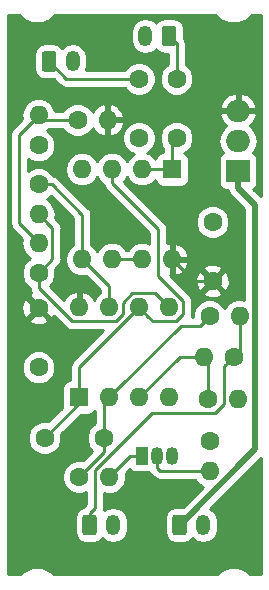
<source format=gtl>
G04 #@! TF.GenerationSoftware,KiCad,Pcbnew,(5.0.1)-rc2*
G04 #@! TF.CreationDate,2018-11-24T17:46:36-05:00*
G04 #@! TF.ProjectId,vco2,76636F322E6B696361645F7063620000,1*
G04 #@! TF.SameCoordinates,Original*
G04 #@! TF.FileFunction,Copper,L1,Top,Signal*
G04 #@! TF.FilePolarity,Positive*
%FSLAX46Y46*%
G04 Gerber Fmt 4.6, Leading zero omitted, Abs format (unit mm)*
G04 Created by KiCad (PCBNEW (5.0.1)-rc2) date 11/24/2018 5:46:36 PM*
%MOMM*%
%LPD*%
G01*
G04 APERTURE LIST*
G04 #@! TA.AperFunction,ComponentPad*
%ADD10C,1.600000*%
G04 #@! TD*
G04 #@! TA.AperFunction,ComponentPad*
%ADD11O,1.600000X1.600000*%
G04 #@! TD*
G04 #@! TA.AperFunction,ComponentPad*
%ADD12R,2.000000X1.905000*%
G04 #@! TD*
G04 #@! TA.AperFunction,ComponentPad*
%ADD13O,2.000000X1.905000*%
G04 #@! TD*
G04 #@! TA.AperFunction,ComponentPad*
%ADD14O,1.200000X1.750000*%
G04 #@! TD*
G04 #@! TA.AperFunction,Conductor*
%ADD15C,0.100000*%
G04 #@! TD*
G04 #@! TA.AperFunction,ComponentPad*
%ADD16C,1.200000*%
G04 #@! TD*
G04 #@! TA.AperFunction,ComponentPad*
%ADD17R,1.600000X1.600000*%
G04 #@! TD*
G04 #@! TA.AperFunction,ComponentPad*
%ADD18O,1.050000X1.500000*%
G04 #@! TD*
G04 #@! TA.AperFunction,ComponentPad*
%ADD19R,1.050000X1.500000*%
G04 #@! TD*
G04 #@! TA.AperFunction,Conductor*
%ADD20C,0.254000*%
G04 #@! TD*
G04 #@! TA.AperFunction,Conductor*
%ADD21C,0.508000*%
G04 #@! TD*
G04 APERTURE END LIST*
D10*
G04 #@! TO.P,C1,2*
G04 #@! TO.N,Net-(C1-Pad2)*
X145796000Y-108665000D03*
G04 #@! TO.P,C1,1*
G04 #@! TO.N,Net-(C1-Pad1)*
X145796000Y-113665000D03*
G04 #@! TD*
G04 #@! TO.P,C5,1*
G04 #@! TO.N,Net-(C5-Pad1)*
X142621000Y-113665000D03*
G04 #@! TO.P,C5,2*
G04 #@! TO.N,Net-(C5-Pad2)*
X142621000Y-108665000D03*
G04 #@! TD*
D11*
G04 #@! TO.P,R10,2*
G04 #@! TO.N,GND*
X151003000Y-135763000D03*
D10*
G04 #@! TO.P,R10,1*
G04 #@! TO.N,Net-(R10-Pad1)*
X148463000Y-135763000D03*
G04 #@! TD*
D12*
G04 #@! TO.P,U1,1*
G04 #@! TO.N,Net-(J2-Pad1)*
X151003000Y-116459000D03*
D13*
G04 #@! TO.P,U1,2*
G04 #@! TO.N,GND*
X151003000Y-113919000D03*
G04 #@! TO.P,U1,3*
G04 #@! TO.N,+5V*
X151003000Y-111379000D03*
G04 #@! TD*
D10*
G04 #@! TO.P,C2,1*
G04 #@! TO.N,Net-(C2-Pad1)*
X134620000Y-139065000D03*
G04 #@! TO.P,C2,2*
G04 #@! TO.N,Net-(C2-Pad2)*
X139620000Y-139065000D03*
G04 #@! TD*
G04 #@! TO.P,C3,2*
G04 #@! TO.N,+5V*
X148844000Y-125777000D03*
G04 #@! TO.P,C3,1*
G04 #@! TO.N,GND*
X148844000Y-120777000D03*
G04 #@! TD*
G04 #@! TO.P,C4,1*
G04 #@! TO.N,GND*
X134112000Y-133096000D03*
G04 #@! TO.P,C4,2*
G04 #@! TO.N,+5V*
X134112000Y-128096000D03*
G04 #@! TD*
D14*
G04 #@! TO.P,J1,2*
G04 #@! TO.N,GND*
X140430000Y-146431000D03*
D15*
G04 #@! TD*
G04 #@! TO.N,Net-(J1-Pad1)*
G04 #@! TO.C,J1*
G36*
X138804505Y-145557204D02*
X138828773Y-145560804D01*
X138852572Y-145566765D01*
X138875671Y-145575030D01*
X138897850Y-145585520D01*
X138918893Y-145598132D01*
X138938599Y-145612747D01*
X138956777Y-145629223D01*
X138973253Y-145647401D01*
X138987868Y-145667107D01*
X139000480Y-145688150D01*
X139010970Y-145710329D01*
X139019235Y-145733428D01*
X139025196Y-145757227D01*
X139028796Y-145781495D01*
X139030000Y-145805999D01*
X139030000Y-147056001D01*
X139028796Y-147080505D01*
X139025196Y-147104773D01*
X139019235Y-147128572D01*
X139010970Y-147151671D01*
X139000480Y-147173850D01*
X138987868Y-147194893D01*
X138973253Y-147214599D01*
X138956777Y-147232777D01*
X138938599Y-147249253D01*
X138918893Y-147263868D01*
X138897850Y-147276480D01*
X138875671Y-147286970D01*
X138852572Y-147295235D01*
X138828773Y-147301196D01*
X138804505Y-147304796D01*
X138780001Y-147306000D01*
X138079999Y-147306000D01*
X138055495Y-147304796D01*
X138031227Y-147301196D01*
X138007428Y-147295235D01*
X137984329Y-147286970D01*
X137962150Y-147276480D01*
X137941107Y-147263868D01*
X137921401Y-147249253D01*
X137903223Y-147232777D01*
X137886747Y-147214599D01*
X137872132Y-147194893D01*
X137859520Y-147173850D01*
X137849030Y-147151671D01*
X137840765Y-147128572D01*
X137834804Y-147104773D01*
X137831204Y-147080505D01*
X137830000Y-147056001D01*
X137830000Y-145805999D01*
X137831204Y-145781495D01*
X137834804Y-145757227D01*
X137840765Y-145733428D01*
X137849030Y-145710329D01*
X137859520Y-145688150D01*
X137872132Y-145667107D01*
X137886747Y-145647401D01*
X137903223Y-145629223D01*
X137921401Y-145612747D01*
X137941107Y-145598132D01*
X137962150Y-145585520D01*
X137984329Y-145575030D01*
X138007428Y-145566765D01*
X138031227Y-145560804D01*
X138055495Y-145557204D01*
X138079999Y-145556000D01*
X138780001Y-145556000D01*
X138804505Y-145557204D01*
X138804505Y-145557204D01*
G37*
D16*
G04 #@! TO.P,J1,1*
G04 #@! TO.N,Net-(J1-Pad1)*
X138430000Y-146431000D03*
G04 #@! TD*
D15*
G04 #@! TO.N,Net-(J2-Pad1)*
G04 #@! TO.C,J2*
G36*
X146424505Y-145557204D02*
X146448773Y-145560804D01*
X146472572Y-145566765D01*
X146495671Y-145575030D01*
X146517850Y-145585520D01*
X146538893Y-145598132D01*
X146558599Y-145612747D01*
X146576777Y-145629223D01*
X146593253Y-145647401D01*
X146607868Y-145667107D01*
X146620480Y-145688150D01*
X146630970Y-145710329D01*
X146639235Y-145733428D01*
X146645196Y-145757227D01*
X146648796Y-145781495D01*
X146650000Y-145805999D01*
X146650000Y-147056001D01*
X146648796Y-147080505D01*
X146645196Y-147104773D01*
X146639235Y-147128572D01*
X146630970Y-147151671D01*
X146620480Y-147173850D01*
X146607868Y-147194893D01*
X146593253Y-147214599D01*
X146576777Y-147232777D01*
X146558599Y-147249253D01*
X146538893Y-147263868D01*
X146517850Y-147276480D01*
X146495671Y-147286970D01*
X146472572Y-147295235D01*
X146448773Y-147301196D01*
X146424505Y-147304796D01*
X146400001Y-147306000D01*
X145699999Y-147306000D01*
X145675495Y-147304796D01*
X145651227Y-147301196D01*
X145627428Y-147295235D01*
X145604329Y-147286970D01*
X145582150Y-147276480D01*
X145561107Y-147263868D01*
X145541401Y-147249253D01*
X145523223Y-147232777D01*
X145506747Y-147214599D01*
X145492132Y-147194893D01*
X145479520Y-147173850D01*
X145469030Y-147151671D01*
X145460765Y-147128572D01*
X145454804Y-147104773D01*
X145451204Y-147080505D01*
X145450000Y-147056001D01*
X145450000Y-145805999D01*
X145451204Y-145781495D01*
X145454804Y-145757227D01*
X145460765Y-145733428D01*
X145469030Y-145710329D01*
X145479520Y-145688150D01*
X145492132Y-145667107D01*
X145506747Y-145647401D01*
X145523223Y-145629223D01*
X145541401Y-145612747D01*
X145561107Y-145598132D01*
X145582150Y-145585520D01*
X145604329Y-145575030D01*
X145627428Y-145566765D01*
X145651227Y-145560804D01*
X145675495Y-145557204D01*
X145699999Y-145556000D01*
X146400001Y-145556000D01*
X146424505Y-145557204D01*
X146424505Y-145557204D01*
G37*
D16*
G04 #@! TD*
G04 #@! TO.P,J2,1*
G04 #@! TO.N,Net-(J2-Pad1)*
X146050000Y-146431000D03*
D14*
G04 #@! TO.P,J2,2*
G04 #@! TO.N,GND*
X148050000Y-146431000D03*
G04 #@! TD*
G04 #@! TO.P,J3,2*
G04 #@! TO.N,GND*
X143161000Y-105029000D03*
D15*
G04 #@! TD*
G04 #@! TO.N,Net-(C1-Pad2)*
G04 #@! TO.C,J3*
G36*
X145535505Y-104155204D02*
X145559773Y-104158804D01*
X145583572Y-104164765D01*
X145606671Y-104173030D01*
X145628850Y-104183520D01*
X145649893Y-104196132D01*
X145669599Y-104210747D01*
X145687777Y-104227223D01*
X145704253Y-104245401D01*
X145718868Y-104265107D01*
X145731480Y-104286150D01*
X145741970Y-104308329D01*
X145750235Y-104331428D01*
X145756196Y-104355227D01*
X145759796Y-104379495D01*
X145761000Y-104403999D01*
X145761000Y-105654001D01*
X145759796Y-105678505D01*
X145756196Y-105702773D01*
X145750235Y-105726572D01*
X145741970Y-105749671D01*
X145731480Y-105771850D01*
X145718868Y-105792893D01*
X145704253Y-105812599D01*
X145687777Y-105830777D01*
X145669599Y-105847253D01*
X145649893Y-105861868D01*
X145628850Y-105874480D01*
X145606671Y-105884970D01*
X145583572Y-105893235D01*
X145559773Y-105899196D01*
X145535505Y-105902796D01*
X145511001Y-105904000D01*
X144810999Y-105904000D01*
X144786495Y-105902796D01*
X144762227Y-105899196D01*
X144738428Y-105893235D01*
X144715329Y-105884970D01*
X144693150Y-105874480D01*
X144672107Y-105861868D01*
X144652401Y-105847253D01*
X144634223Y-105830777D01*
X144617747Y-105812599D01*
X144603132Y-105792893D01*
X144590520Y-105771850D01*
X144580030Y-105749671D01*
X144571765Y-105726572D01*
X144565804Y-105702773D01*
X144562204Y-105678505D01*
X144561000Y-105654001D01*
X144561000Y-104403999D01*
X144562204Y-104379495D01*
X144565804Y-104355227D01*
X144571765Y-104331428D01*
X144580030Y-104308329D01*
X144590520Y-104286150D01*
X144603132Y-104265107D01*
X144617747Y-104245401D01*
X144634223Y-104227223D01*
X144652401Y-104210747D01*
X144672107Y-104196132D01*
X144693150Y-104183520D01*
X144715329Y-104173030D01*
X144738428Y-104164765D01*
X144762227Y-104158804D01*
X144786495Y-104155204D01*
X144810999Y-104154000D01*
X145511001Y-104154000D01*
X145535505Y-104155204D01*
X145535505Y-104155204D01*
G37*
D16*
G04 #@! TO.P,J3,1*
G04 #@! TO.N,Net-(C1-Pad2)*
X145161000Y-105029000D03*
G04 #@! TD*
D15*
G04 #@! TO.N,Net-(C5-Pad2)*
G04 #@! TO.C,J4*
G36*
X135375505Y-106314204D02*
X135399773Y-106317804D01*
X135423572Y-106323765D01*
X135446671Y-106332030D01*
X135468850Y-106342520D01*
X135489893Y-106355132D01*
X135509599Y-106369747D01*
X135527777Y-106386223D01*
X135544253Y-106404401D01*
X135558868Y-106424107D01*
X135571480Y-106445150D01*
X135581970Y-106467329D01*
X135590235Y-106490428D01*
X135596196Y-106514227D01*
X135599796Y-106538495D01*
X135601000Y-106562999D01*
X135601000Y-107813001D01*
X135599796Y-107837505D01*
X135596196Y-107861773D01*
X135590235Y-107885572D01*
X135581970Y-107908671D01*
X135571480Y-107930850D01*
X135558868Y-107951893D01*
X135544253Y-107971599D01*
X135527777Y-107989777D01*
X135509599Y-108006253D01*
X135489893Y-108020868D01*
X135468850Y-108033480D01*
X135446671Y-108043970D01*
X135423572Y-108052235D01*
X135399773Y-108058196D01*
X135375505Y-108061796D01*
X135351001Y-108063000D01*
X134650999Y-108063000D01*
X134626495Y-108061796D01*
X134602227Y-108058196D01*
X134578428Y-108052235D01*
X134555329Y-108043970D01*
X134533150Y-108033480D01*
X134512107Y-108020868D01*
X134492401Y-108006253D01*
X134474223Y-107989777D01*
X134457747Y-107971599D01*
X134443132Y-107951893D01*
X134430520Y-107930850D01*
X134420030Y-107908671D01*
X134411765Y-107885572D01*
X134405804Y-107861773D01*
X134402204Y-107837505D01*
X134401000Y-107813001D01*
X134401000Y-106562999D01*
X134402204Y-106538495D01*
X134405804Y-106514227D01*
X134411765Y-106490428D01*
X134420030Y-106467329D01*
X134430520Y-106445150D01*
X134443132Y-106424107D01*
X134457747Y-106404401D01*
X134474223Y-106386223D01*
X134492401Y-106369747D01*
X134512107Y-106355132D01*
X134533150Y-106342520D01*
X134555329Y-106332030D01*
X134578428Y-106323765D01*
X134602227Y-106317804D01*
X134626495Y-106314204D01*
X134650999Y-106313000D01*
X135351001Y-106313000D01*
X135375505Y-106314204D01*
X135375505Y-106314204D01*
G37*
D16*
G04 #@! TD*
G04 #@! TO.P,J4,1*
G04 #@! TO.N,Net-(C5-Pad2)*
X135001000Y-107188000D03*
D14*
G04 #@! TO.P,J4,2*
G04 #@! TO.N,GND*
X137001000Y-107188000D03*
G04 #@! TD*
D10*
G04 #@! TO.P,R14,1*
G04 #@! TO.N,Net-(R14-Pad1)*
X134112000Y-117602000D03*
D11*
G04 #@! TO.P,R14,2*
G04 #@! TO.N,Net-(R13-Pad1)*
X134112000Y-120142000D03*
G04 #@! TD*
G04 #@! TO.P,R15,2*
G04 #@! TO.N,Net-(Q3-Pad2)*
X148590000Y-141859000D03*
D10*
G04 #@! TO.P,R15,1*
G04 #@! TO.N,Net-(R14-Pad1)*
X148590000Y-139319000D03*
G04 #@! TD*
G04 #@! TO.P,R9,1*
G04 #@! TO.N,Net-(J1-Pad1)*
X150622000Y-132207000D03*
D11*
G04 #@! TO.P,R9,2*
G04 #@! TO.N,Net-(R10-Pad1)*
X148082000Y-132207000D03*
G04 #@! TD*
G04 #@! TO.P,R8,2*
G04 #@! TO.N,+5V*
X139954000Y-112141000D03*
D10*
G04 #@! TO.P,R8,1*
G04 #@! TO.N,Net-(R12-Pad2)*
X137414000Y-112141000D03*
G04 #@! TD*
G04 #@! TO.P,R7,1*
G04 #@! TO.N,Net-(C2-Pad2)*
X148590000Y-128778000D03*
D11*
G04 #@! TO.P,R7,2*
G04 #@! TO.N,Net-(J1-Pad1)*
X151130000Y-128778000D03*
G04 #@! TD*
D10*
G04 #@! TO.P,R11,1*
G04 #@! TO.N,Net-(C2-Pad2)*
X137541000Y-142367000D03*
D11*
G04 #@! TO.P,R11,2*
G04 #@! TO.N,Net-(Q3-Pad1)*
X140081000Y-142367000D03*
G04 #@! TD*
G04 #@! TO.P,R12,2*
G04 #@! TO.N,Net-(R12-Pad2)*
X134112000Y-111760000D03*
D10*
G04 #@! TO.P,R12,1*
G04 #@! TO.N,GND*
X134112000Y-114300000D03*
G04 #@! TD*
G04 #@! TO.P,R13,1*
G04 #@! TO.N,Net-(R13-Pad1)*
X134112000Y-125095000D03*
D11*
G04 #@! TO.P,R13,2*
G04 #@! TO.N,Net-(R12-Pad2)*
X134112000Y-122555000D03*
G04 #@! TD*
G04 #@! TO.P,U4,8*
G04 #@! TO.N,+5V*
X145415000Y-123952000D03*
G04 #@! TO.P,U4,4*
G04 #@! TO.N,GND*
X137795000Y-116332000D03*
G04 #@! TO.P,U4,7*
G04 #@! TO.N,Net-(C5-Pad1)*
X142875000Y-123952000D03*
G04 #@! TO.P,U4,3*
G04 #@! TO.N,Net-(C2-Pad1)*
X140335000Y-116332000D03*
G04 #@! TO.P,U4,6*
G04 #@! TO.N,Net-(C5-Pad1)*
X140335000Y-123952000D03*
G04 #@! TO.P,U4,2*
G04 #@! TO.N,Net-(C1-Pad1)*
X142875000Y-116332000D03*
G04 #@! TO.P,U4,5*
G04 #@! TO.N,Net-(R14-Pad1)*
X137795000Y-123952000D03*
D17*
G04 #@! TO.P,U4,1*
G04 #@! TO.N,Net-(C1-Pad1)*
X145415000Y-116332000D03*
G04 #@! TD*
G04 #@! TO.P,U3,1*
G04 #@! TO.N,Net-(C2-Pad1)*
X137541000Y-135636000D03*
D11*
G04 #@! TO.P,U3,5*
G04 #@! TO.N,Net-(R13-Pad1)*
X145161000Y-128016000D03*
G04 #@! TO.P,U3,2*
G04 #@! TO.N,Net-(C2-Pad2)*
X140081000Y-135636000D03*
G04 #@! TO.P,U3,6*
G04 #@! TO.N,Net-(C2-Pad1)*
X142621000Y-128016000D03*
G04 #@! TO.P,U3,3*
G04 #@! TO.N,Net-(R10-Pad1)*
X142621000Y-135636000D03*
G04 #@! TO.P,U3,7*
G04 #@! TO.N,Net-(R14-Pad1)*
X140081000Y-128016000D03*
G04 #@! TO.P,U3,4*
G04 #@! TO.N,GND*
X145161000Y-135636000D03*
G04 #@! TO.P,U3,8*
G04 #@! TO.N,+5V*
X137541000Y-128016000D03*
G04 #@! TD*
D18*
G04 #@! TO.P,Q3,2*
G04 #@! TO.N,Net-(Q3-Pad2)*
X144145000Y-140589000D03*
G04 #@! TO.P,Q3,3*
G04 #@! TO.N,GND*
X145415000Y-140589000D03*
D19*
G04 #@! TO.P,Q3,1*
G04 #@! TO.N,Net-(Q3-Pad1)*
X142875000Y-140589000D03*
G04 #@! TD*
D20*
G04 #@! TO.N,Net-(C2-Pad1)*
X137541000Y-136144000D02*
X137541000Y-135636000D01*
X134620000Y-139065000D02*
X137541000Y-136144000D01*
X137541000Y-133096000D02*
X142621000Y-128016000D01*
X137541000Y-135636000D02*
X137541000Y-133096000D01*
X143420999Y-128815999D02*
X142621000Y-128016000D01*
X143802001Y-129197001D02*
X143420999Y-128815999D01*
X145727881Y-129197001D02*
X143802001Y-129197001D01*
X146342001Y-128582881D02*
X145727881Y-129197001D01*
X146342001Y-127449119D02*
X146342001Y-128582881D01*
X144233999Y-121362369D02*
X144233999Y-125341117D01*
X140335000Y-117463370D02*
X144233999Y-121362369D01*
X144233999Y-125341117D02*
X146342001Y-127449119D01*
X140335000Y-116332000D02*
X140335000Y-117463370D01*
G04 #@! TO.N,Net-(C2-Pad2)*
X139620000Y-140288000D02*
X139620000Y-139065000D01*
X137541000Y-142367000D02*
X139620000Y-140288000D01*
X139620000Y-136097000D02*
X140081000Y-135636000D01*
X139620000Y-139065000D02*
X139620000Y-136097000D01*
X140880999Y-134836001D02*
X140081000Y-135636000D01*
X146139001Y-129577999D02*
X140880999Y-134836001D01*
X147790001Y-129577999D02*
X146139001Y-129577999D01*
X148590000Y-128778000D02*
X147790001Y-129577999D01*
G04 #@! TO.N,+5V*
X147240000Y-125777000D02*
X145415000Y-123952000D01*
X148844000Y-125777000D02*
X147240000Y-125777000D01*
G04 #@! TO.N,Net-(J1-Pad1)*
X151130000Y-131699000D02*
X150622000Y-132207000D01*
X151130000Y-128778000D02*
X151130000Y-131699000D01*
X149822001Y-133006999D02*
X150622000Y-132207000D01*
X149821999Y-133007001D02*
X149822001Y-133006999D01*
X149821999Y-136151883D02*
X149821999Y-133007001D01*
X143756117Y-136944001D02*
X149029881Y-136944001D01*
X138899999Y-141800119D02*
X143756117Y-136944001D01*
X138899999Y-144986001D02*
X138899999Y-141800119D01*
X138430000Y-145456000D02*
X138899999Y-144986001D01*
X149029881Y-136944001D02*
X149821999Y-136151883D01*
X138430000Y-146431000D02*
X138430000Y-145456000D01*
G04 #@! TO.N,Net-(C1-Pad1)*
X144006370Y-116332000D02*
X145415000Y-116332000D01*
X142875000Y-116332000D02*
X144006370Y-116332000D01*
G04 #@! TO.N,Net-(C5-Pad1)*
X141466370Y-123952000D02*
X142875000Y-123952000D01*
X140335000Y-123952000D02*
X141466370Y-123952000D01*
G04 #@! TO.N,Net-(Q3-Pad2)*
X147458630Y-141859000D02*
X148590000Y-141859000D01*
X144411000Y-141859000D02*
X147458630Y-141859000D01*
X144145000Y-141593000D02*
X144411000Y-141859000D01*
X144145000Y-140589000D02*
X144145000Y-141593000D01*
G04 #@! TO.N,Net-(Q3-Pad1)*
X141859000Y-140589000D02*
X142875000Y-140589000D01*
X140081000Y-142367000D02*
X141859000Y-140589000D01*
G04 #@! TO.N,Net-(R12-Pad2)*
X134493000Y-112141000D02*
X134112000Y-111760000D01*
X137414000Y-112141000D02*
X134493000Y-112141000D01*
X133312001Y-121755001D02*
X134112000Y-122555000D01*
X132461000Y-120904000D02*
X133312001Y-121755001D01*
X132461000Y-113411000D02*
X132461000Y-120904000D01*
X134112000Y-111760000D02*
X132461000Y-113411000D01*
G04 #@! TO.N,Net-(R10-Pad1)*
X146050000Y-132207000D02*
X142621000Y-135636000D01*
X148082000Y-132207000D02*
X146050000Y-132207000D01*
X148463000Y-132588000D02*
X148082000Y-132207000D01*
X148463000Y-135763000D02*
X148463000Y-132588000D01*
G04 #@! TO.N,Net-(R13-Pad1)*
X134112000Y-126334882D02*
X134112000Y-126226370D01*
X136974119Y-129197001D02*
X134112000Y-126334882D01*
X140647881Y-129197001D02*
X136974119Y-129197001D01*
X141262001Y-128582881D02*
X140647881Y-129197001D01*
X141262001Y-127627117D02*
X141262001Y-128582881D01*
X142054119Y-126834999D02*
X141262001Y-127627117D01*
X134112000Y-126226370D02*
X134112000Y-125095000D01*
X143979999Y-126834999D02*
X142054119Y-126834999D01*
X145161000Y-128016000D02*
X143979999Y-126834999D01*
X134911999Y-120941999D02*
X134112000Y-120142000D01*
X135293001Y-121323001D02*
X134911999Y-120941999D01*
X135293001Y-123913999D02*
X135293001Y-121323001D01*
X134112000Y-125095000D02*
X135293001Y-123913999D01*
G04 #@! TO.N,Net-(R14-Pad1)*
X137795000Y-122820630D02*
X137795000Y-123952000D01*
X137795000Y-120153630D02*
X137795000Y-122820630D01*
X135243370Y-117602000D02*
X137795000Y-120153630D01*
X134112000Y-117602000D02*
X135243370Y-117602000D01*
X140081000Y-126238000D02*
X140081000Y-128016000D01*
X137795000Y-123952000D02*
X140081000Y-126238000D01*
D21*
G04 #@! TO.N,Net-(J2-Pad1)*
X152438001Y-140042999D02*
X146050000Y-146431000D01*
X152438001Y-119354501D02*
X152438001Y-140042999D01*
X151003000Y-117919500D02*
X152438001Y-119354501D01*
X151003000Y-116459000D02*
X151003000Y-117919500D01*
D20*
G04 #@! TO.N,Net-(C1-Pad1)*
X145415000Y-114046000D02*
X145796000Y-113665000D01*
X145415000Y-116332000D02*
X145415000Y-114046000D01*
G04 #@! TO.N,Net-(C5-Pad2)*
X136478000Y-108665000D02*
X135001000Y-107188000D01*
X142621000Y-108665000D02*
X136478000Y-108665000D01*
G04 #@! TO.N,Net-(C1-Pad2)*
X145796000Y-105664000D02*
X145161000Y-105029000D01*
X145796000Y-108665000D02*
X145796000Y-105664000D01*
G04 #@! TD*
G04 #@! TO.N,+5V*
G36*
X132860588Y-103663801D02*
X133590159Y-103966000D01*
X134379841Y-103966000D01*
X135109412Y-103663801D01*
X135522213Y-103251000D01*
X149084787Y-103251000D01*
X149497588Y-103663801D01*
X150227159Y-103966000D01*
X151016841Y-103966000D01*
X151746412Y-103663801D01*
X152159213Y-103251000D01*
X152960001Y-103251000D01*
X152960001Y-118619265D01*
X152310487Y-117969752D01*
X152460809Y-117869309D01*
X152601157Y-117659265D01*
X152650440Y-117411500D01*
X152650440Y-115506500D01*
X152601157Y-115258735D01*
X152460809Y-115048691D01*
X152283912Y-114930491D01*
X152545891Y-114538411D01*
X152669100Y-113919000D01*
X152545891Y-113299589D01*
X152195023Y-112774477D01*
X151993526Y-112639841D01*
X152378973Y-112245924D01*
X152593563Y-111751980D01*
X152473594Y-111506000D01*
X151130000Y-111506000D01*
X151130000Y-111526000D01*
X150876000Y-111526000D01*
X150876000Y-111506000D01*
X149532406Y-111506000D01*
X149412437Y-111751980D01*
X149627027Y-112245924D01*
X150012474Y-112639841D01*
X149810977Y-112774477D01*
X149460109Y-113299589D01*
X149336900Y-113919000D01*
X149460109Y-114538411D01*
X149722088Y-114930491D01*
X149545191Y-115048691D01*
X149404843Y-115258735D01*
X149355560Y-115506500D01*
X149355560Y-117411500D01*
X149404843Y-117659265D01*
X149545191Y-117869309D01*
X149755235Y-118009657D01*
X150003000Y-118058940D01*
X150124321Y-118058940D01*
X150165582Y-118266370D01*
X150287000Y-118448085D01*
X150362068Y-118560433D01*
X150436294Y-118610029D01*
X151549001Y-119722737D01*
X151549001Y-127398232D01*
X151271333Y-127343000D01*
X150988667Y-127343000D01*
X150570091Y-127426260D01*
X150095423Y-127743423D01*
X149860394Y-128095168D01*
X149806534Y-127965138D01*
X149402862Y-127561466D01*
X148875439Y-127343000D01*
X148304561Y-127343000D01*
X147777138Y-127561466D01*
X147373466Y-127965138D01*
X147155000Y-128492561D01*
X147155000Y-128815999D01*
X147072559Y-128815999D01*
X147104001Y-128657929D01*
X147104001Y-128657928D01*
X147118929Y-128582881D01*
X147104001Y-128507834D01*
X147104001Y-127524161D01*
X147118928Y-127449118D01*
X147104001Y-127374075D01*
X147104001Y-127374071D01*
X147059789Y-127151802D01*
X146960562Y-127003298D01*
X146933883Y-126963370D01*
X146891372Y-126899748D01*
X146827751Y-126857238D01*
X146755258Y-126784745D01*
X148015861Y-126784745D01*
X148089995Y-127030864D01*
X148627223Y-127223965D01*
X149197454Y-127196778D01*
X149598005Y-127030864D01*
X149672139Y-126784745D01*
X148844000Y-125956605D01*
X148015861Y-126784745D01*
X146755258Y-126784745D01*
X145530736Y-125560223D01*
X147397035Y-125560223D01*
X147424222Y-126130454D01*
X147590136Y-126531005D01*
X147836255Y-126605139D01*
X148664395Y-125777000D01*
X149023605Y-125777000D01*
X149851745Y-126605139D01*
X150097864Y-126531005D01*
X150290965Y-125993777D01*
X150263778Y-125423546D01*
X150097864Y-125022995D01*
X149851745Y-124948861D01*
X149023605Y-125777000D01*
X148664395Y-125777000D01*
X147836255Y-124948861D01*
X147590136Y-125022995D01*
X147397035Y-125560223D01*
X145530736Y-125560223D01*
X145226316Y-125255804D01*
X145288000Y-125221915D01*
X145288000Y-124079000D01*
X145542000Y-124079000D01*
X145542000Y-125221915D01*
X145764039Y-125343904D01*
X146152423Y-125183041D01*
X146567389Y-124807134D01*
X146585316Y-124769255D01*
X148015861Y-124769255D01*
X148844000Y-125597395D01*
X149672139Y-124769255D01*
X149598005Y-124523136D01*
X149060777Y-124330035D01*
X148490546Y-124357222D01*
X148089995Y-124523136D01*
X148015861Y-124769255D01*
X146585316Y-124769255D01*
X146806914Y-124301041D01*
X146685629Y-124079000D01*
X145542000Y-124079000D01*
X145288000Y-124079000D01*
X145268000Y-124079000D01*
X145268000Y-123825000D01*
X145288000Y-123825000D01*
X145288000Y-122682085D01*
X145542000Y-122682085D01*
X145542000Y-123825000D01*
X146685629Y-123825000D01*
X146806914Y-123602959D01*
X146567389Y-123096866D01*
X146152423Y-122720959D01*
X145764039Y-122560096D01*
X145542000Y-122682085D01*
X145288000Y-122682085D01*
X145065961Y-122560096D01*
X144995999Y-122589073D01*
X144995999Y-121437411D01*
X145010926Y-121362368D01*
X144995999Y-121287325D01*
X144995999Y-121287321D01*
X144951787Y-121065052D01*
X144933187Y-121037214D01*
X144825881Y-120876620D01*
X144783370Y-120812998D01*
X144719749Y-120770488D01*
X144440822Y-120491561D01*
X147409000Y-120491561D01*
X147409000Y-121062439D01*
X147627466Y-121589862D01*
X148031138Y-121993534D01*
X148558561Y-122212000D01*
X149129439Y-122212000D01*
X149656862Y-121993534D01*
X150060534Y-121589862D01*
X150279000Y-121062439D01*
X150279000Y-120491561D01*
X150060534Y-119964138D01*
X149656862Y-119560466D01*
X149129439Y-119342000D01*
X148558561Y-119342000D01*
X148031138Y-119560466D01*
X147627466Y-119964138D01*
X147409000Y-120491561D01*
X144440822Y-120491561D01*
X141337362Y-117388102D01*
X141369577Y-117366577D01*
X141605000Y-117014242D01*
X141840423Y-117366577D01*
X142315091Y-117683740D01*
X142733667Y-117767000D01*
X143016333Y-117767000D01*
X143434909Y-117683740D01*
X143909577Y-117366577D01*
X143990215Y-117245894D01*
X144016843Y-117379765D01*
X144157191Y-117589809D01*
X144367235Y-117730157D01*
X144615000Y-117779440D01*
X146215000Y-117779440D01*
X146462765Y-117730157D01*
X146672809Y-117589809D01*
X146813157Y-117379765D01*
X146862440Y-117132000D01*
X146862440Y-115532000D01*
X146813157Y-115284235D01*
X146672809Y-115074191D01*
X146470347Y-114938909D01*
X146608862Y-114881534D01*
X147012534Y-114477862D01*
X147231000Y-113950439D01*
X147231000Y-113379561D01*
X147012534Y-112852138D01*
X146608862Y-112448466D01*
X146081439Y-112230000D01*
X145510561Y-112230000D01*
X144983138Y-112448466D01*
X144579466Y-112852138D01*
X144361000Y-113379561D01*
X144361000Y-113950439D01*
X144579466Y-114477862D01*
X144653001Y-114551397D01*
X144653001Y-114884560D01*
X144615000Y-114884560D01*
X144367235Y-114933843D01*
X144157191Y-115074191D01*
X144016843Y-115284235D01*
X143990215Y-115418106D01*
X143909577Y-115297423D01*
X143434909Y-114980260D01*
X143273181Y-114948090D01*
X143433862Y-114881534D01*
X143837534Y-114477862D01*
X144056000Y-113950439D01*
X144056000Y-113379561D01*
X143837534Y-112852138D01*
X143433862Y-112448466D01*
X142906439Y-112230000D01*
X142335561Y-112230000D01*
X141808138Y-112448466D01*
X141404466Y-112852138D01*
X141186000Y-113379561D01*
X141186000Y-113950439D01*
X141404466Y-114477862D01*
X141808138Y-114881534D01*
X142212299Y-115048943D01*
X141840423Y-115297423D01*
X141605000Y-115649758D01*
X141369577Y-115297423D01*
X140894909Y-114980260D01*
X140476333Y-114897000D01*
X140193667Y-114897000D01*
X139775091Y-114980260D01*
X139300423Y-115297423D01*
X139065000Y-115649758D01*
X138829577Y-115297423D01*
X138354909Y-114980260D01*
X137936333Y-114897000D01*
X137653667Y-114897000D01*
X137235091Y-114980260D01*
X136760423Y-115297423D01*
X136443260Y-115772091D01*
X136331887Y-116332000D01*
X136443260Y-116891909D01*
X136760423Y-117366577D01*
X137235091Y-117683740D01*
X137653667Y-117767000D01*
X137936333Y-117767000D01*
X138354909Y-117683740D01*
X138829577Y-117366577D01*
X139065000Y-117014242D01*
X139300423Y-117366577D01*
X139575361Y-117550285D01*
X139617213Y-117760687D01*
X139709843Y-117899317D01*
X139785630Y-118012741D01*
X139849251Y-118055251D01*
X143471999Y-121678000D01*
X143471999Y-122625043D01*
X143434909Y-122600260D01*
X143016333Y-122517000D01*
X142733667Y-122517000D01*
X142315091Y-122600260D01*
X141840423Y-122917423D01*
X141658293Y-123190000D01*
X141551707Y-123190000D01*
X141369577Y-122917423D01*
X140894909Y-122600260D01*
X140476333Y-122517000D01*
X140193667Y-122517000D01*
X139775091Y-122600260D01*
X139300423Y-122917423D01*
X139065000Y-123269758D01*
X138829577Y-122917423D01*
X138557000Y-122735293D01*
X138557000Y-120228677D01*
X138571928Y-120153630D01*
X138550326Y-120045030D01*
X138512788Y-119856313D01*
X138344371Y-119604259D01*
X138280750Y-119561749D01*
X135835253Y-117116253D01*
X135792741Y-117052629D01*
X135540687Y-116884212D01*
X135352402Y-116846760D01*
X135328534Y-116789138D01*
X134924862Y-116385466D01*
X134397439Y-116167000D01*
X133826561Y-116167000D01*
X133299138Y-116385466D01*
X133223000Y-116461604D01*
X133223000Y-115440396D01*
X133299138Y-115516534D01*
X133826561Y-115735000D01*
X134397439Y-115735000D01*
X134924862Y-115516534D01*
X135328534Y-115112862D01*
X135547000Y-114585439D01*
X135547000Y-114014561D01*
X135328534Y-113487138D01*
X134924862Y-113083466D01*
X134794832Y-113029606D01*
X134984311Y-112903000D01*
X136176398Y-112903000D01*
X136197466Y-112953862D01*
X136601138Y-113357534D01*
X137128561Y-113576000D01*
X137699439Y-113576000D01*
X138226862Y-113357534D01*
X138630534Y-112953862D01*
X138692372Y-112804573D01*
X138722959Y-112878423D01*
X139098866Y-113293389D01*
X139604959Y-113532914D01*
X139827000Y-113411629D01*
X139827000Y-112268000D01*
X140081000Y-112268000D01*
X140081000Y-113411629D01*
X140303041Y-113532914D01*
X140809134Y-113293389D01*
X141185041Y-112878423D01*
X141345904Y-112490039D01*
X141223915Y-112268000D01*
X140081000Y-112268000D01*
X139827000Y-112268000D01*
X139807000Y-112268000D01*
X139807000Y-112014000D01*
X139827000Y-112014000D01*
X139827000Y-110870371D01*
X140081000Y-110870371D01*
X140081000Y-112014000D01*
X141223915Y-112014000D01*
X141345904Y-111791961D01*
X141185041Y-111403577D01*
X140824905Y-111006020D01*
X149412437Y-111006020D01*
X149532406Y-111252000D01*
X150876000Y-111252000D01*
X150876000Y-109953428D01*
X151130000Y-109953428D01*
X151130000Y-111252000D01*
X152473594Y-111252000D01*
X152593563Y-111006020D01*
X152378973Y-110512076D01*
X151946091Y-110069682D01*
X151376864Y-109826620D01*
X151130000Y-109953428D01*
X150876000Y-109953428D01*
X150629136Y-109826620D01*
X150059909Y-110069682D01*
X149627027Y-110512076D01*
X149412437Y-111006020D01*
X140824905Y-111006020D01*
X140809134Y-110988611D01*
X140303041Y-110749086D01*
X140081000Y-110870371D01*
X139827000Y-110870371D01*
X139604959Y-110749086D01*
X139098866Y-110988611D01*
X138722959Y-111403577D01*
X138692372Y-111477427D01*
X138630534Y-111328138D01*
X138226862Y-110924466D01*
X137699439Y-110706000D01*
X137128561Y-110706000D01*
X136601138Y-110924466D01*
X136197466Y-111328138D01*
X136176398Y-111379000D01*
X135499327Y-111379000D01*
X135463740Y-111200091D01*
X135146577Y-110725423D01*
X134671909Y-110408260D01*
X134253333Y-110325000D01*
X133970667Y-110325000D01*
X133552091Y-110408260D01*
X133077423Y-110725423D01*
X132760260Y-111200091D01*
X132648887Y-111760000D01*
X132712843Y-112081527D01*
X131975253Y-112819117D01*
X131911629Y-112861629D01*
X131743212Y-113113684D01*
X131699000Y-113335953D01*
X131699000Y-113335957D01*
X131684073Y-113411000D01*
X131699000Y-113486043D01*
X131699001Y-120828952D01*
X131684073Y-120904000D01*
X131743213Y-121201317D01*
X131850824Y-121362368D01*
X131911630Y-121453371D01*
X131975251Y-121495881D01*
X132712843Y-122233474D01*
X132648887Y-122555000D01*
X132760260Y-123114909D01*
X133077423Y-123589577D01*
X133429168Y-123824606D01*
X133299138Y-123878466D01*
X132895466Y-124282138D01*
X132677000Y-124809561D01*
X132677000Y-125380439D01*
X132895466Y-125907862D01*
X133299138Y-126311534D01*
X133336628Y-126327063D01*
X133335073Y-126334882D01*
X133350000Y-126409925D01*
X133350000Y-126409929D01*
X133394212Y-126632198D01*
X133496229Y-126784878D01*
X133357995Y-126842136D01*
X133283861Y-127088255D01*
X134112000Y-127916395D01*
X134126142Y-127902252D01*
X134305748Y-128081858D01*
X134291605Y-128096000D01*
X135119745Y-128924139D01*
X135365864Y-128850005D01*
X135414416Y-128714928D01*
X136382237Y-129682750D01*
X136424748Y-129746372D01*
X136676802Y-129914789D01*
X136899071Y-129959001D01*
X136899072Y-129959001D01*
X136974119Y-129973929D01*
X137049166Y-129959001D01*
X139600368Y-129959001D01*
X137055251Y-132504119D01*
X136991630Y-132546629D01*
X136949119Y-132610251D01*
X136949118Y-132610252D01*
X136823213Y-132798683D01*
X136764073Y-133096000D01*
X136779001Y-133171048D01*
X136779001Y-134188560D01*
X136741000Y-134188560D01*
X136493235Y-134237843D01*
X136283191Y-134378191D01*
X136142843Y-134588235D01*
X136093560Y-134836000D01*
X136093560Y-136436000D01*
X136106469Y-136500900D01*
X134956302Y-137651068D01*
X134905439Y-137630000D01*
X134334561Y-137630000D01*
X133807138Y-137848466D01*
X133403466Y-138252138D01*
X133185000Y-138779561D01*
X133185000Y-139350439D01*
X133403466Y-139877862D01*
X133807138Y-140281534D01*
X134334561Y-140500000D01*
X134905439Y-140500000D01*
X135432862Y-140281534D01*
X135836534Y-139877862D01*
X136055000Y-139350439D01*
X136055000Y-138779561D01*
X136033932Y-138728698D01*
X137679191Y-137083440D01*
X138341000Y-137083440D01*
X138588765Y-137034157D01*
X138798809Y-136893809D01*
X138858001Y-136805223D01*
X138858000Y-137827398D01*
X138807138Y-137848466D01*
X138403466Y-138252138D01*
X138185000Y-138779561D01*
X138185000Y-139350439D01*
X138403466Y-139877862D01*
X138677987Y-140152383D01*
X137877302Y-140953068D01*
X137826439Y-140932000D01*
X137255561Y-140932000D01*
X136728138Y-141150466D01*
X136324466Y-141554138D01*
X136106000Y-142081561D01*
X136106000Y-142652439D01*
X136324466Y-143179862D01*
X136728138Y-143583534D01*
X137255561Y-143802000D01*
X137826439Y-143802000D01*
X138137999Y-143672947D01*
X138137999Y-144670371D01*
X137944252Y-144864118D01*
X137880630Y-144906629D01*
X137848583Y-144954591D01*
X137736564Y-144976873D01*
X137445414Y-145171414D01*
X137250873Y-145462564D01*
X137182560Y-145805999D01*
X137182560Y-147056001D01*
X137250873Y-147399436D01*
X137445414Y-147690586D01*
X137736564Y-147885127D01*
X138079999Y-147953440D01*
X138780001Y-147953440D01*
X139123436Y-147885127D01*
X139414586Y-147690586D01*
X139508573Y-147549926D01*
X139539616Y-147596385D01*
X139948128Y-147869344D01*
X140430000Y-147965195D01*
X140911873Y-147869344D01*
X141320385Y-147596385D01*
X141593344Y-147187872D01*
X141665000Y-146827635D01*
X141665000Y-146034364D01*
X141593344Y-145674127D01*
X141320385Y-145265615D01*
X140911872Y-144992656D01*
X140430000Y-144896805D01*
X139948127Y-144992656D01*
X139633830Y-145202662D01*
X139661999Y-145061049D01*
X139661999Y-145061044D01*
X139676926Y-144986001D01*
X139661999Y-144910958D01*
X139661999Y-143746768D01*
X139939667Y-143802000D01*
X140222333Y-143802000D01*
X140640909Y-143718740D01*
X141115577Y-143401577D01*
X141432740Y-142926909D01*
X141544113Y-142367000D01*
X141480157Y-142045473D01*
X141826754Y-141698877D01*
X141892191Y-141796809D01*
X142102235Y-141937157D01*
X142350000Y-141986440D01*
X143400000Y-141986440D01*
X143480713Y-141970385D01*
X143498313Y-141996725D01*
X143595630Y-142142371D01*
X143659252Y-142184882D01*
X143819116Y-142344746D01*
X143861629Y-142408371D01*
X144113683Y-142576788D01*
X144335952Y-142621000D01*
X144335953Y-142621000D01*
X144411000Y-142635928D01*
X144486047Y-142621000D01*
X147373293Y-142621000D01*
X147555423Y-142893577D01*
X148019860Y-143203904D01*
X146315205Y-144908560D01*
X145699999Y-144908560D01*
X145356564Y-144976873D01*
X145065414Y-145171414D01*
X144870873Y-145462564D01*
X144802560Y-145805999D01*
X144802560Y-147056001D01*
X144870873Y-147399436D01*
X145065414Y-147690586D01*
X145356564Y-147885127D01*
X145699999Y-147953440D01*
X146400001Y-147953440D01*
X146743436Y-147885127D01*
X147034586Y-147690586D01*
X147128573Y-147549926D01*
X147159616Y-147596385D01*
X147568128Y-147869344D01*
X148050000Y-147965195D01*
X148531873Y-147869344D01*
X148940385Y-147596385D01*
X149213344Y-147187872D01*
X149285000Y-146827635D01*
X149285000Y-146034364D01*
X149213344Y-145674127D01*
X148940385Y-145265615D01*
X148659980Y-145078255D01*
X152960000Y-140778236D01*
X152960000Y-150622000D01*
X152032213Y-150622000D01*
X151746412Y-150336199D01*
X151016841Y-150034000D01*
X150227159Y-150034000D01*
X149497588Y-150336199D01*
X149211787Y-150622000D01*
X135395213Y-150622000D01*
X135109412Y-150336199D01*
X134379841Y-150034000D01*
X133590159Y-150034000D01*
X132860588Y-150336199D01*
X132574787Y-150622000D01*
X131592610Y-150622000D01*
X131520000Y-150597797D01*
X131520000Y-132810561D01*
X132677000Y-132810561D01*
X132677000Y-133381439D01*
X132895466Y-133908862D01*
X133299138Y-134312534D01*
X133826561Y-134531000D01*
X134397439Y-134531000D01*
X134924862Y-134312534D01*
X135328534Y-133908862D01*
X135547000Y-133381439D01*
X135547000Y-132810561D01*
X135328534Y-132283138D01*
X134924862Y-131879466D01*
X134397439Y-131661000D01*
X133826561Y-131661000D01*
X133299138Y-131879466D01*
X132895466Y-132283138D01*
X132677000Y-132810561D01*
X131520000Y-132810561D01*
X131520000Y-129103745D01*
X133283861Y-129103745D01*
X133357995Y-129349864D01*
X133895223Y-129542965D01*
X134465454Y-129515778D01*
X134866005Y-129349864D01*
X134940139Y-129103745D01*
X134112000Y-128275605D01*
X133283861Y-129103745D01*
X131520000Y-129103745D01*
X131520000Y-127879223D01*
X132665035Y-127879223D01*
X132692222Y-128449454D01*
X132858136Y-128850005D01*
X133104255Y-128924139D01*
X133932395Y-128096000D01*
X133104255Y-127267861D01*
X132858136Y-127341995D01*
X132665035Y-127879223D01*
X131520000Y-127879223D01*
X131520000Y-106562999D01*
X133753560Y-106562999D01*
X133753560Y-107813001D01*
X133821873Y-108156436D01*
X134016414Y-108447586D01*
X134307564Y-108642127D01*
X134650999Y-108710440D01*
X135351001Y-108710440D01*
X135430080Y-108694710D01*
X135886118Y-109150749D01*
X135928629Y-109214371D01*
X135992251Y-109256882D01*
X136180681Y-109382787D01*
X136180682Y-109382787D01*
X136180683Y-109382788D01*
X136402952Y-109427000D01*
X136402956Y-109427000D01*
X136477999Y-109441927D01*
X136553042Y-109427000D01*
X141383398Y-109427000D01*
X141404466Y-109477862D01*
X141808138Y-109881534D01*
X142335561Y-110100000D01*
X142906439Y-110100000D01*
X143433862Y-109881534D01*
X143837534Y-109477862D01*
X144056000Y-108950439D01*
X144056000Y-108379561D01*
X143837534Y-107852138D01*
X143433862Y-107448466D01*
X142906439Y-107230000D01*
X142335561Y-107230000D01*
X141808138Y-107448466D01*
X141404466Y-107852138D01*
X141383398Y-107903000D01*
X138172673Y-107903000D01*
X138236000Y-107584635D01*
X138236000Y-106791364D01*
X138164344Y-106431127D01*
X137891385Y-106022615D01*
X137482872Y-105749656D01*
X137001000Y-105653805D01*
X136519127Y-105749656D01*
X136110615Y-106022615D01*
X136079572Y-106069074D01*
X135985586Y-105928414D01*
X135694436Y-105733873D01*
X135351001Y-105665560D01*
X134650999Y-105665560D01*
X134307564Y-105733873D01*
X134016414Y-105928414D01*
X133821873Y-106219564D01*
X133753560Y-106562999D01*
X131520000Y-106562999D01*
X131520000Y-104632364D01*
X141926000Y-104632364D01*
X141926000Y-105425635D01*
X141997656Y-105785872D01*
X142270615Y-106194385D01*
X142679127Y-106467344D01*
X143161000Y-106563195D01*
X143642872Y-106467344D01*
X144051385Y-106194385D01*
X144082428Y-106147926D01*
X144176414Y-106288586D01*
X144467564Y-106483127D01*
X144810999Y-106551440D01*
X145034001Y-106551440D01*
X145034000Y-107427398D01*
X144983138Y-107448466D01*
X144579466Y-107852138D01*
X144361000Y-108379561D01*
X144361000Y-108950439D01*
X144579466Y-109477862D01*
X144983138Y-109881534D01*
X145510561Y-110100000D01*
X146081439Y-110100000D01*
X146608862Y-109881534D01*
X147012534Y-109477862D01*
X147231000Y-108950439D01*
X147231000Y-108379561D01*
X147012534Y-107852138D01*
X146608862Y-107448466D01*
X146558000Y-107427398D01*
X146558000Y-105739047D01*
X146572928Y-105664000D01*
X146525514Y-105425635D01*
X146513788Y-105366683D01*
X146408440Y-105209018D01*
X146408440Y-104403999D01*
X146340127Y-104060564D01*
X146145586Y-103769414D01*
X145854436Y-103574873D01*
X145511001Y-103506560D01*
X144810999Y-103506560D01*
X144467564Y-103574873D01*
X144176414Y-103769414D01*
X144082428Y-103910074D01*
X144051385Y-103863615D01*
X143642873Y-103590656D01*
X143161000Y-103494805D01*
X142679128Y-103590656D01*
X142270616Y-103863615D01*
X141997656Y-104272127D01*
X141926000Y-104632364D01*
X131520000Y-104632364D01*
X131520000Y-103251000D01*
X132447787Y-103251000D01*
X132860588Y-103663801D01*
X132860588Y-103663801D01*
G37*
X132860588Y-103663801D02*
X133590159Y-103966000D01*
X134379841Y-103966000D01*
X135109412Y-103663801D01*
X135522213Y-103251000D01*
X149084787Y-103251000D01*
X149497588Y-103663801D01*
X150227159Y-103966000D01*
X151016841Y-103966000D01*
X151746412Y-103663801D01*
X152159213Y-103251000D01*
X152960001Y-103251000D01*
X152960001Y-118619265D01*
X152310487Y-117969752D01*
X152460809Y-117869309D01*
X152601157Y-117659265D01*
X152650440Y-117411500D01*
X152650440Y-115506500D01*
X152601157Y-115258735D01*
X152460809Y-115048691D01*
X152283912Y-114930491D01*
X152545891Y-114538411D01*
X152669100Y-113919000D01*
X152545891Y-113299589D01*
X152195023Y-112774477D01*
X151993526Y-112639841D01*
X152378973Y-112245924D01*
X152593563Y-111751980D01*
X152473594Y-111506000D01*
X151130000Y-111506000D01*
X151130000Y-111526000D01*
X150876000Y-111526000D01*
X150876000Y-111506000D01*
X149532406Y-111506000D01*
X149412437Y-111751980D01*
X149627027Y-112245924D01*
X150012474Y-112639841D01*
X149810977Y-112774477D01*
X149460109Y-113299589D01*
X149336900Y-113919000D01*
X149460109Y-114538411D01*
X149722088Y-114930491D01*
X149545191Y-115048691D01*
X149404843Y-115258735D01*
X149355560Y-115506500D01*
X149355560Y-117411500D01*
X149404843Y-117659265D01*
X149545191Y-117869309D01*
X149755235Y-118009657D01*
X150003000Y-118058940D01*
X150124321Y-118058940D01*
X150165582Y-118266370D01*
X150287000Y-118448085D01*
X150362068Y-118560433D01*
X150436294Y-118610029D01*
X151549001Y-119722737D01*
X151549001Y-127398232D01*
X151271333Y-127343000D01*
X150988667Y-127343000D01*
X150570091Y-127426260D01*
X150095423Y-127743423D01*
X149860394Y-128095168D01*
X149806534Y-127965138D01*
X149402862Y-127561466D01*
X148875439Y-127343000D01*
X148304561Y-127343000D01*
X147777138Y-127561466D01*
X147373466Y-127965138D01*
X147155000Y-128492561D01*
X147155000Y-128815999D01*
X147072559Y-128815999D01*
X147104001Y-128657929D01*
X147104001Y-128657928D01*
X147118929Y-128582881D01*
X147104001Y-128507834D01*
X147104001Y-127524161D01*
X147118928Y-127449118D01*
X147104001Y-127374075D01*
X147104001Y-127374071D01*
X147059789Y-127151802D01*
X146960562Y-127003298D01*
X146933883Y-126963370D01*
X146891372Y-126899748D01*
X146827751Y-126857238D01*
X146755258Y-126784745D01*
X148015861Y-126784745D01*
X148089995Y-127030864D01*
X148627223Y-127223965D01*
X149197454Y-127196778D01*
X149598005Y-127030864D01*
X149672139Y-126784745D01*
X148844000Y-125956605D01*
X148015861Y-126784745D01*
X146755258Y-126784745D01*
X145530736Y-125560223D01*
X147397035Y-125560223D01*
X147424222Y-126130454D01*
X147590136Y-126531005D01*
X147836255Y-126605139D01*
X148664395Y-125777000D01*
X149023605Y-125777000D01*
X149851745Y-126605139D01*
X150097864Y-126531005D01*
X150290965Y-125993777D01*
X150263778Y-125423546D01*
X150097864Y-125022995D01*
X149851745Y-124948861D01*
X149023605Y-125777000D01*
X148664395Y-125777000D01*
X147836255Y-124948861D01*
X147590136Y-125022995D01*
X147397035Y-125560223D01*
X145530736Y-125560223D01*
X145226316Y-125255804D01*
X145288000Y-125221915D01*
X145288000Y-124079000D01*
X145542000Y-124079000D01*
X145542000Y-125221915D01*
X145764039Y-125343904D01*
X146152423Y-125183041D01*
X146567389Y-124807134D01*
X146585316Y-124769255D01*
X148015861Y-124769255D01*
X148844000Y-125597395D01*
X149672139Y-124769255D01*
X149598005Y-124523136D01*
X149060777Y-124330035D01*
X148490546Y-124357222D01*
X148089995Y-124523136D01*
X148015861Y-124769255D01*
X146585316Y-124769255D01*
X146806914Y-124301041D01*
X146685629Y-124079000D01*
X145542000Y-124079000D01*
X145288000Y-124079000D01*
X145268000Y-124079000D01*
X145268000Y-123825000D01*
X145288000Y-123825000D01*
X145288000Y-122682085D01*
X145542000Y-122682085D01*
X145542000Y-123825000D01*
X146685629Y-123825000D01*
X146806914Y-123602959D01*
X146567389Y-123096866D01*
X146152423Y-122720959D01*
X145764039Y-122560096D01*
X145542000Y-122682085D01*
X145288000Y-122682085D01*
X145065961Y-122560096D01*
X144995999Y-122589073D01*
X144995999Y-121437411D01*
X145010926Y-121362368D01*
X144995999Y-121287325D01*
X144995999Y-121287321D01*
X144951787Y-121065052D01*
X144933187Y-121037214D01*
X144825881Y-120876620D01*
X144783370Y-120812998D01*
X144719749Y-120770488D01*
X144440822Y-120491561D01*
X147409000Y-120491561D01*
X147409000Y-121062439D01*
X147627466Y-121589862D01*
X148031138Y-121993534D01*
X148558561Y-122212000D01*
X149129439Y-122212000D01*
X149656862Y-121993534D01*
X150060534Y-121589862D01*
X150279000Y-121062439D01*
X150279000Y-120491561D01*
X150060534Y-119964138D01*
X149656862Y-119560466D01*
X149129439Y-119342000D01*
X148558561Y-119342000D01*
X148031138Y-119560466D01*
X147627466Y-119964138D01*
X147409000Y-120491561D01*
X144440822Y-120491561D01*
X141337362Y-117388102D01*
X141369577Y-117366577D01*
X141605000Y-117014242D01*
X141840423Y-117366577D01*
X142315091Y-117683740D01*
X142733667Y-117767000D01*
X143016333Y-117767000D01*
X143434909Y-117683740D01*
X143909577Y-117366577D01*
X143990215Y-117245894D01*
X144016843Y-117379765D01*
X144157191Y-117589809D01*
X144367235Y-117730157D01*
X144615000Y-117779440D01*
X146215000Y-117779440D01*
X146462765Y-117730157D01*
X146672809Y-117589809D01*
X146813157Y-117379765D01*
X146862440Y-117132000D01*
X146862440Y-115532000D01*
X146813157Y-115284235D01*
X146672809Y-115074191D01*
X146470347Y-114938909D01*
X146608862Y-114881534D01*
X147012534Y-114477862D01*
X147231000Y-113950439D01*
X147231000Y-113379561D01*
X147012534Y-112852138D01*
X146608862Y-112448466D01*
X146081439Y-112230000D01*
X145510561Y-112230000D01*
X144983138Y-112448466D01*
X144579466Y-112852138D01*
X144361000Y-113379561D01*
X144361000Y-113950439D01*
X144579466Y-114477862D01*
X144653001Y-114551397D01*
X144653001Y-114884560D01*
X144615000Y-114884560D01*
X144367235Y-114933843D01*
X144157191Y-115074191D01*
X144016843Y-115284235D01*
X143990215Y-115418106D01*
X143909577Y-115297423D01*
X143434909Y-114980260D01*
X143273181Y-114948090D01*
X143433862Y-114881534D01*
X143837534Y-114477862D01*
X144056000Y-113950439D01*
X144056000Y-113379561D01*
X143837534Y-112852138D01*
X143433862Y-112448466D01*
X142906439Y-112230000D01*
X142335561Y-112230000D01*
X141808138Y-112448466D01*
X141404466Y-112852138D01*
X141186000Y-113379561D01*
X141186000Y-113950439D01*
X141404466Y-114477862D01*
X141808138Y-114881534D01*
X142212299Y-115048943D01*
X141840423Y-115297423D01*
X141605000Y-115649758D01*
X141369577Y-115297423D01*
X140894909Y-114980260D01*
X140476333Y-114897000D01*
X140193667Y-114897000D01*
X139775091Y-114980260D01*
X139300423Y-115297423D01*
X139065000Y-115649758D01*
X138829577Y-115297423D01*
X138354909Y-114980260D01*
X137936333Y-114897000D01*
X137653667Y-114897000D01*
X137235091Y-114980260D01*
X136760423Y-115297423D01*
X136443260Y-115772091D01*
X136331887Y-116332000D01*
X136443260Y-116891909D01*
X136760423Y-117366577D01*
X137235091Y-117683740D01*
X137653667Y-117767000D01*
X137936333Y-117767000D01*
X138354909Y-117683740D01*
X138829577Y-117366577D01*
X139065000Y-117014242D01*
X139300423Y-117366577D01*
X139575361Y-117550285D01*
X139617213Y-117760687D01*
X139709843Y-117899317D01*
X139785630Y-118012741D01*
X139849251Y-118055251D01*
X143471999Y-121678000D01*
X143471999Y-122625043D01*
X143434909Y-122600260D01*
X143016333Y-122517000D01*
X142733667Y-122517000D01*
X142315091Y-122600260D01*
X141840423Y-122917423D01*
X141658293Y-123190000D01*
X141551707Y-123190000D01*
X141369577Y-122917423D01*
X140894909Y-122600260D01*
X140476333Y-122517000D01*
X140193667Y-122517000D01*
X139775091Y-122600260D01*
X139300423Y-122917423D01*
X139065000Y-123269758D01*
X138829577Y-122917423D01*
X138557000Y-122735293D01*
X138557000Y-120228677D01*
X138571928Y-120153630D01*
X138550326Y-120045030D01*
X138512788Y-119856313D01*
X138344371Y-119604259D01*
X138280750Y-119561749D01*
X135835253Y-117116253D01*
X135792741Y-117052629D01*
X135540687Y-116884212D01*
X135352402Y-116846760D01*
X135328534Y-116789138D01*
X134924862Y-116385466D01*
X134397439Y-116167000D01*
X133826561Y-116167000D01*
X133299138Y-116385466D01*
X133223000Y-116461604D01*
X133223000Y-115440396D01*
X133299138Y-115516534D01*
X133826561Y-115735000D01*
X134397439Y-115735000D01*
X134924862Y-115516534D01*
X135328534Y-115112862D01*
X135547000Y-114585439D01*
X135547000Y-114014561D01*
X135328534Y-113487138D01*
X134924862Y-113083466D01*
X134794832Y-113029606D01*
X134984311Y-112903000D01*
X136176398Y-112903000D01*
X136197466Y-112953862D01*
X136601138Y-113357534D01*
X137128561Y-113576000D01*
X137699439Y-113576000D01*
X138226862Y-113357534D01*
X138630534Y-112953862D01*
X138692372Y-112804573D01*
X138722959Y-112878423D01*
X139098866Y-113293389D01*
X139604959Y-113532914D01*
X139827000Y-113411629D01*
X139827000Y-112268000D01*
X140081000Y-112268000D01*
X140081000Y-113411629D01*
X140303041Y-113532914D01*
X140809134Y-113293389D01*
X141185041Y-112878423D01*
X141345904Y-112490039D01*
X141223915Y-112268000D01*
X140081000Y-112268000D01*
X139827000Y-112268000D01*
X139807000Y-112268000D01*
X139807000Y-112014000D01*
X139827000Y-112014000D01*
X139827000Y-110870371D01*
X140081000Y-110870371D01*
X140081000Y-112014000D01*
X141223915Y-112014000D01*
X141345904Y-111791961D01*
X141185041Y-111403577D01*
X140824905Y-111006020D01*
X149412437Y-111006020D01*
X149532406Y-111252000D01*
X150876000Y-111252000D01*
X150876000Y-109953428D01*
X151130000Y-109953428D01*
X151130000Y-111252000D01*
X152473594Y-111252000D01*
X152593563Y-111006020D01*
X152378973Y-110512076D01*
X151946091Y-110069682D01*
X151376864Y-109826620D01*
X151130000Y-109953428D01*
X150876000Y-109953428D01*
X150629136Y-109826620D01*
X150059909Y-110069682D01*
X149627027Y-110512076D01*
X149412437Y-111006020D01*
X140824905Y-111006020D01*
X140809134Y-110988611D01*
X140303041Y-110749086D01*
X140081000Y-110870371D01*
X139827000Y-110870371D01*
X139604959Y-110749086D01*
X139098866Y-110988611D01*
X138722959Y-111403577D01*
X138692372Y-111477427D01*
X138630534Y-111328138D01*
X138226862Y-110924466D01*
X137699439Y-110706000D01*
X137128561Y-110706000D01*
X136601138Y-110924466D01*
X136197466Y-111328138D01*
X136176398Y-111379000D01*
X135499327Y-111379000D01*
X135463740Y-111200091D01*
X135146577Y-110725423D01*
X134671909Y-110408260D01*
X134253333Y-110325000D01*
X133970667Y-110325000D01*
X133552091Y-110408260D01*
X133077423Y-110725423D01*
X132760260Y-111200091D01*
X132648887Y-111760000D01*
X132712843Y-112081527D01*
X131975253Y-112819117D01*
X131911629Y-112861629D01*
X131743212Y-113113684D01*
X131699000Y-113335953D01*
X131699000Y-113335957D01*
X131684073Y-113411000D01*
X131699000Y-113486043D01*
X131699001Y-120828952D01*
X131684073Y-120904000D01*
X131743213Y-121201317D01*
X131850824Y-121362368D01*
X131911630Y-121453371D01*
X131975251Y-121495881D01*
X132712843Y-122233474D01*
X132648887Y-122555000D01*
X132760260Y-123114909D01*
X133077423Y-123589577D01*
X133429168Y-123824606D01*
X133299138Y-123878466D01*
X132895466Y-124282138D01*
X132677000Y-124809561D01*
X132677000Y-125380439D01*
X132895466Y-125907862D01*
X133299138Y-126311534D01*
X133336628Y-126327063D01*
X133335073Y-126334882D01*
X133350000Y-126409925D01*
X133350000Y-126409929D01*
X133394212Y-126632198D01*
X133496229Y-126784878D01*
X133357995Y-126842136D01*
X133283861Y-127088255D01*
X134112000Y-127916395D01*
X134126142Y-127902252D01*
X134305748Y-128081858D01*
X134291605Y-128096000D01*
X135119745Y-128924139D01*
X135365864Y-128850005D01*
X135414416Y-128714928D01*
X136382237Y-129682750D01*
X136424748Y-129746372D01*
X136676802Y-129914789D01*
X136899071Y-129959001D01*
X136899072Y-129959001D01*
X136974119Y-129973929D01*
X137049166Y-129959001D01*
X139600368Y-129959001D01*
X137055251Y-132504119D01*
X136991630Y-132546629D01*
X136949119Y-132610251D01*
X136949118Y-132610252D01*
X136823213Y-132798683D01*
X136764073Y-133096000D01*
X136779001Y-133171048D01*
X136779001Y-134188560D01*
X136741000Y-134188560D01*
X136493235Y-134237843D01*
X136283191Y-134378191D01*
X136142843Y-134588235D01*
X136093560Y-134836000D01*
X136093560Y-136436000D01*
X136106469Y-136500900D01*
X134956302Y-137651068D01*
X134905439Y-137630000D01*
X134334561Y-137630000D01*
X133807138Y-137848466D01*
X133403466Y-138252138D01*
X133185000Y-138779561D01*
X133185000Y-139350439D01*
X133403466Y-139877862D01*
X133807138Y-140281534D01*
X134334561Y-140500000D01*
X134905439Y-140500000D01*
X135432862Y-140281534D01*
X135836534Y-139877862D01*
X136055000Y-139350439D01*
X136055000Y-138779561D01*
X136033932Y-138728698D01*
X137679191Y-137083440D01*
X138341000Y-137083440D01*
X138588765Y-137034157D01*
X138798809Y-136893809D01*
X138858001Y-136805223D01*
X138858000Y-137827398D01*
X138807138Y-137848466D01*
X138403466Y-138252138D01*
X138185000Y-138779561D01*
X138185000Y-139350439D01*
X138403466Y-139877862D01*
X138677987Y-140152383D01*
X137877302Y-140953068D01*
X137826439Y-140932000D01*
X137255561Y-140932000D01*
X136728138Y-141150466D01*
X136324466Y-141554138D01*
X136106000Y-142081561D01*
X136106000Y-142652439D01*
X136324466Y-143179862D01*
X136728138Y-143583534D01*
X137255561Y-143802000D01*
X137826439Y-143802000D01*
X138137999Y-143672947D01*
X138137999Y-144670371D01*
X137944252Y-144864118D01*
X137880630Y-144906629D01*
X137848583Y-144954591D01*
X137736564Y-144976873D01*
X137445414Y-145171414D01*
X137250873Y-145462564D01*
X137182560Y-145805999D01*
X137182560Y-147056001D01*
X137250873Y-147399436D01*
X137445414Y-147690586D01*
X137736564Y-147885127D01*
X138079999Y-147953440D01*
X138780001Y-147953440D01*
X139123436Y-147885127D01*
X139414586Y-147690586D01*
X139508573Y-147549926D01*
X139539616Y-147596385D01*
X139948128Y-147869344D01*
X140430000Y-147965195D01*
X140911873Y-147869344D01*
X141320385Y-147596385D01*
X141593344Y-147187872D01*
X141665000Y-146827635D01*
X141665000Y-146034364D01*
X141593344Y-145674127D01*
X141320385Y-145265615D01*
X140911872Y-144992656D01*
X140430000Y-144896805D01*
X139948127Y-144992656D01*
X139633830Y-145202662D01*
X139661999Y-145061049D01*
X139661999Y-145061044D01*
X139676926Y-144986001D01*
X139661999Y-144910958D01*
X139661999Y-143746768D01*
X139939667Y-143802000D01*
X140222333Y-143802000D01*
X140640909Y-143718740D01*
X141115577Y-143401577D01*
X141432740Y-142926909D01*
X141544113Y-142367000D01*
X141480157Y-142045473D01*
X141826754Y-141698877D01*
X141892191Y-141796809D01*
X142102235Y-141937157D01*
X142350000Y-141986440D01*
X143400000Y-141986440D01*
X143480713Y-141970385D01*
X143498313Y-141996725D01*
X143595630Y-142142371D01*
X143659252Y-142184882D01*
X143819116Y-142344746D01*
X143861629Y-142408371D01*
X144113683Y-142576788D01*
X144335952Y-142621000D01*
X144335953Y-142621000D01*
X144411000Y-142635928D01*
X144486047Y-142621000D01*
X147373293Y-142621000D01*
X147555423Y-142893577D01*
X148019860Y-143203904D01*
X146315205Y-144908560D01*
X145699999Y-144908560D01*
X145356564Y-144976873D01*
X145065414Y-145171414D01*
X144870873Y-145462564D01*
X144802560Y-145805999D01*
X144802560Y-147056001D01*
X144870873Y-147399436D01*
X145065414Y-147690586D01*
X145356564Y-147885127D01*
X145699999Y-147953440D01*
X146400001Y-147953440D01*
X146743436Y-147885127D01*
X147034586Y-147690586D01*
X147128573Y-147549926D01*
X147159616Y-147596385D01*
X147568128Y-147869344D01*
X148050000Y-147965195D01*
X148531873Y-147869344D01*
X148940385Y-147596385D01*
X149213344Y-147187872D01*
X149285000Y-146827635D01*
X149285000Y-146034364D01*
X149213344Y-145674127D01*
X148940385Y-145265615D01*
X148659980Y-145078255D01*
X152960000Y-140778236D01*
X152960000Y-150622000D01*
X152032213Y-150622000D01*
X151746412Y-150336199D01*
X151016841Y-150034000D01*
X150227159Y-150034000D01*
X149497588Y-150336199D01*
X149211787Y-150622000D01*
X135395213Y-150622000D01*
X135109412Y-150336199D01*
X134379841Y-150034000D01*
X133590159Y-150034000D01*
X132860588Y-150336199D01*
X132574787Y-150622000D01*
X131592610Y-150622000D01*
X131520000Y-150597797D01*
X131520000Y-132810561D01*
X132677000Y-132810561D01*
X132677000Y-133381439D01*
X132895466Y-133908862D01*
X133299138Y-134312534D01*
X133826561Y-134531000D01*
X134397439Y-134531000D01*
X134924862Y-134312534D01*
X135328534Y-133908862D01*
X135547000Y-133381439D01*
X135547000Y-132810561D01*
X135328534Y-132283138D01*
X134924862Y-131879466D01*
X134397439Y-131661000D01*
X133826561Y-131661000D01*
X133299138Y-131879466D01*
X132895466Y-132283138D01*
X132677000Y-132810561D01*
X131520000Y-132810561D01*
X131520000Y-129103745D01*
X133283861Y-129103745D01*
X133357995Y-129349864D01*
X133895223Y-129542965D01*
X134465454Y-129515778D01*
X134866005Y-129349864D01*
X134940139Y-129103745D01*
X134112000Y-128275605D01*
X133283861Y-129103745D01*
X131520000Y-129103745D01*
X131520000Y-127879223D01*
X132665035Y-127879223D01*
X132692222Y-128449454D01*
X132858136Y-128850005D01*
X133104255Y-128924139D01*
X133932395Y-128096000D01*
X133104255Y-127267861D01*
X132858136Y-127341995D01*
X132665035Y-127879223D01*
X131520000Y-127879223D01*
X131520000Y-106562999D01*
X133753560Y-106562999D01*
X133753560Y-107813001D01*
X133821873Y-108156436D01*
X134016414Y-108447586D01*
X134307564Y-108642127D01*
X134650999Y-108710440D01*
X135351001Y-108710440D01*
X135430080Y-108694710D01*
X135886118Y-109150749D01*
X135928629Y-109214371D01*
X135992251Y-109256882D01*
X136180681Y-109382787D01*
X136180682Y-109382787D01*
X136180683Y-109382788D01*
X136402952Y-109427000D01*
X136402956Y-109427000D01*
X136477999Y-109441927D01*
X136553042Y-109427000D01*
X141383398Y-109427000D01*
X141404466Y-109477862D01*
X141808138Y-109881534D01*
X142335561Y-110100000D01*
X142906439Y-110100000D01*
X143433862Y-109881534D01*
X143837534Y-109477862D01*
X144056000Y-108950439D01*
X144056000Y-108379561D01*
X143837534Y-107852138D01*
X143433862Y-107448466D01*
X142906439Y-107230000D01*
X142335561Y-107230000D01*
X141808138Y-107448466D01*
X141404466Y-107852138D01*
X141383398Y-107903000D01*
X138172673Y-107903000D01*
X138236000Y-107584635D01*
X138236000Y-106791364D01*
X138164344Y-106431127D01*
X137891385Y-106022615D01*
X137482872Y-105749656D01*
X137001000Y-105653805D01*
X136519127Y-105749656D01*
X136110615Y-106022615D01*
X136079572Y-106069074D01*
X135985586Y-105928414D01*
X135694436Y-105733873D01*
X135351001Y-105665560D01*
X134650999Y-105665560D01*
X134307564Y-105733873D01*
X134016414Y-105928414D01*
X133821873Y-106219564D01*
X133753560Y-106562999D01*
X131520000Y-106562999D01*
X131520000Y-104632364D01*
X141926000Y-104632364D01*
X141926000Y-105425635D01*
X141997656Y-105785872D01*
X142270615Y-106194385D01*
X142679127Y-106467344D01*
X143161000Y-106563195D01*
X143642872Y-106467344D01*
X144051385Y-106194385D01*
X144082428Y-106147926D01*
X144176414Y-106288586D01*
X144467564Y-106483127D01*
X144810999Y-106551440D01*
X145034001Y-106551440D01*
X145034000Y-107427398D01*
X144983138Y-107448466D01*
X144579466Y-107852138D01*
X144361000Y-108379561D01*
X144361000Y-108950439D01*
X144579466Y-109477862D01*
X144983138Y-109881534D01*
X145510561Y-110100000D01*
X146081439Y-110100000D01*
X146608862Y-109881534D01*
X147012534Y-109477862D01*
X147231000Y-108950439D01*
X147231000Y-108379561D01*
X147012534Y-107852138D01*
X146608862Y-107448466D01*
X146558000Y-107427398D01*
X146558000Y-105739047D01*
X146572928Y-105664000D01*
X146525514Y-105425635D01*
X146513788Y-105366683D01*
X146408440Y-105209018D01*
X146408440Y-104403999D01*
X146340127Y-104060564D01*
X146145586Y-103769414D01*
X145854436Y-103574873D01*
X145511001Y-103506560D01*
X144810999Y-103506560D01*
X144467564Y-103574873D01*
X144176414Y-103769414D01*
X144082428Y-103910074D01*
X144051385Y-103863615D01*
X143642873Y-103590656D01*
X143161000Y-103494805D01*
X142679128Y-103590656D01*
X142270616Y-103863615D01*
X141997656Y-104272127D01*
X141926000Y-104632364D01*
X131520000Y-104632364D01*
X131520000Y-103251000D01*
X132447787Y-103251000D01*
X132860588Y-103663801D01*
G36*
X137033000Y-120469261D02*
X137033001Y-122735292D01*
X136760423Y-122917423D01*
X136443260Y-123392091D01*
X136331887Y-123952000D01*
X136443260Y-124511909D01*
X136760423Y-124986577D01*
X137235091Y-125303740D01*
X137653667Y-125387000D01*
X137936333Y-125387000D01*
X138116527Y-125351157D01*
X139319000Y-126553631D01*
X139319000Y-126799293D01*
X139046423Y-126981423D01*
X138790053Y-127365108D01*
X138693389Y-127160866D01*
X138278423Y-126784959D01*
X137890039Y-126624096D01*
X137668000Y-126746085D01*
X137668000Y-127889000D01*
X137688000Y-127889000D01*
X137688000Y-128143000D01*
X137668000Y-128143000D01*
X137668000Y-128163000D01*
X137414000Y-128163000D01*
X137414000Y-128143000D01*
X137394000Y-128143000D01*
X137394000Y-127889000D01*
X137414000Y-127889000D01*
X137414000Y-126746085D01*
X137191961Y-126624096D01*
X136803577Y-126784959D01*
X136388611Y-127160866D01*
X136268788Y-127414040D01*
X135045572Y-126190824D01*
X135328534Y-125907862D01*
X135547000Y-125380439D01*
X135547000Y-124809561D01*
X135525932Y-124758699D01*
X135778751Y-124505880D01*
X135842372Y-124463370D01*
X136010789Y-124211316D01*
X136055001Y-123989047D01*
X136055001Y-123989046D01*
X136069929Y-123913999D01*
X136055001Y-123838952D01*
X136055001Y-121398043D01*
X136069928Y-121323000D01*
X136055001Y-121247957D01*
X136055001Y-121247953D01*
X136010789Y-121025684D01*
X135842372Y-120773630D01*
X135778747Y-120731117D01*
X135511157Y-120463527D01*
X135575113Y-120142000D01*
X135463740Y-119582091D01*
X135146577Y-119107423D01*
X134794832Y-118872394D01*
X134924862Y-118818534D01*
X135153568Y-118589828D01*
X137033000Y-120469261D01*
X137033000Y-120469261D01*
G37*
X137033000Y-120469261D02*
X137033001Y-122735292D01*
X136760423Y-122917423D01*
X136443260Y-123392091D01*
X136331887Y-123952000D01*
X136443260Y-124511909D01*
X136760423Y-124986577D01*
X137235091Y-125303740D01*
X137653667Y-125387000D01*
X137936333Y-125387000D01*
X138116527Y-125351157D01*
X139319000Y-126553631D01*
X139319000Y-126799293D01*
X139046423Y-126981423D01*
X138790053Y-127365108D01*
X138693389Y-127160866D01*
X138278423Y-126784959D01*
X137890039Y-126624096D01*
X137668000Y-126746085D01*
X137668000Y-127889000D01*
X137688000Y-127889000D01*
X137688000Y-128143000D01*
X137668000Y-128143000D01*
X137668000Y-128163000D01*
X137414000Y-128163000D01*
X137414000Y-128143000D01*
X137394000Y-128143000D01*
X137394000Y-127889000D01*
X137414000Y-127889000D01*
X137414000Y-126746085D01*
X137191961Y-126624096D01*
X136803577Y-126784959D01*
X136388611Y-127160866D01*
X136268788Y-127414040D01*
X135045572Y-126190824D01*
X135328534Y-125907862D01*
X135547000Y-125380439D01*
X135547000Y-124809561D01*
X135525932Y-124758699D01*
X135778751Y-124505880D01*
X135842372Y-124463370D01*
X136010789Y-124211316D01*
X136055001Y-123989047D01*
X136055001Y-123989046D01*
X136069929Y-123913999D01*
X136055001Y-123838952D01*
X136055001Y-121398043D01*
X136069928Y-121323000D01*
X136055001Y-121247957D01*
X136055001Y-121247953D01*
X136010789Y-121025684D01*
X135842372Y-120773630D01*
X135778747Y-120731117D01*
X135511157Y-120463527D01*
X135575113Y-120142000D01*
X135463740Y-119582091D01*
X135146577Y-119107423D01*
X134794832Y-118872394D01*
X134924862Y-118818534D01*
X135153568Y-118589828D01*
X137033000Y-120469261D01*
G04 #@! TD*
M02*

</source>
